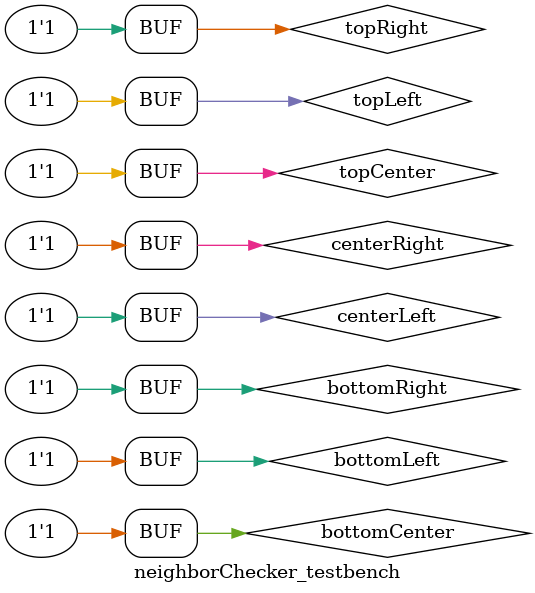
<source format=sv>
module neighborChecker(topLeft, topCenter, topRight, centerLeft, centerRight, bottomLeft, bottomCenter, bottomRight, neighborCount);
	input logic topLeft, topCenter, topRight, centerLeft, centerRight, bottomLeft, bottomCenter, bottomRight;
	output integer neighborCount;
	
	logic [7:0] neighbors;
	assign neighbors = {topLeft, topCenter, topRight, centerLeft, centerRight, bottomLeft, bottomCenter, bottomRight};
	
	// count how many of the 8 neighbors are alive whenever the value of neighbors changes
	always@(neighbors) begin
		neighborCount = 0;
		neighborCount = neighbors[0]+neighbors[1]+neighbors[2]+neighbors[3]+neighbors[4]+neighbors[5]+neighbors[6]+neighbors[7];
	end
	
endmodule

module neighborChecker_testbench();
	logic topLeft, topCenter, topRight, centerLeft, centerRight, bottomLeft, bottomCenter, bottomRight;
	integer neighborCount;
	
	neighborChecker dut(.topLeft, .topCenter, .topRight, .centerLeft, .centerRight, .bottomLeft, .bottomCenter, .bottomRight, .neighborCount);
	
	initial begin
		// test cases:
			topLeft = 0; topCenter = 0; topRight = 0; centerLeft = 0; centerRight = 0; bottomLeft = 0; bottomCenter = 0; bottomRight = 0; #10; // count = 0;
			topLeft = 1; topCenter = 0; topRight = 0; centerLeft = 0; centerRight = 0; bottomLeft = 0; bottomCenter = 0; bottomRight = 0; #10; // count = 1;
			topLeft = 0; topCenter = 1; topRight = 0; centerLeft = 0; centerRight = 1; bottomLeft = 0; bottomCenter = 0; bottomRight = 0; #10; // count = 2;
			topLeft = 0; topCenter = 1; topRight = 0; centerLeft = 0; centerRight = 1; bottomLeft = 0; bottomCenter = 1; bottomRight = 0; #10; // count = 3;
			topLeft = 1; topCenter = 0; topRight = 1; centerLeft = 0; centerRight = 0; bottomLeft = 1; bottomCenter = 0; bottomRight = 1; #10; // count = 4;
			topLeft = 1; topCenter = 1; topRight = 1; centerLeft = 1; centerRight = 1; bottomLeft = 0; bottomCenter = 0; bottomRight = 0; #10; // count = 5;
			topLeft = 1; topCenter = 1; topRight = 1; centerLeft = 1; centerRight = 1; bottomLeft = 1; bottomCenter = 0; bottomRight = 0; #10; // count = 6;
			topLeft = 1; topCenter = 1; topRight = 1; centerLeft = 1; centerRight = 1; bottomLeft = 1; bottomCenter = 1; bottomRight = 0; #10; // count = 7;
			topLeft = 1; topCenter = 1; topRight = 1; centerLeft = 1; centerRight = 1; bottomLeft = 1; bottomCenter = 1; bottomRight = 1; #10; // count = 8;
	end
endmodule	
</source>
